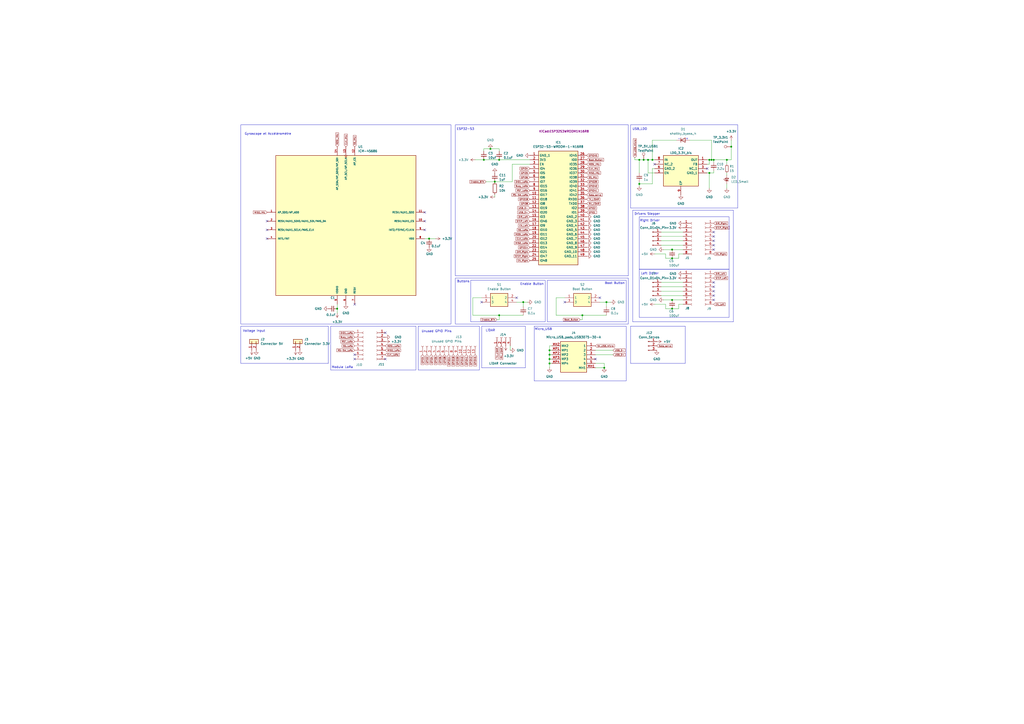
<source format=kicad_sch>
(kicad_sch (version 20250114) (generator "eeschema") (generator_version "9.0")
  (paper "A2")
  (rectangle (start 367.03 121.92) (end 425.45 186.69))
  (rectangle (start 279.4 189.23) (end 304.8 213.36))
  (rectangle (start 365.76 72.39) (end 427.99 120.65))
  (rectangle (start 273.05 162.56) (end 316.23 186.69))
  (rectangle (start 309.88 189.23) (end 363.22 220.98))
  (rectangle (start 139.7 72.39) (end 261.62 187.96))
  (rectangle (start 139.7 189.23) (end 190.5 210.82))
  (rectangle (start 370.84 125.73) (end 422.91 156.21))
  (rectangle (start 242.57 189.23) (end 278.13 214.63))
  (rectangle (start 370.84 156.21) (end 422.91 184.15))
  (rectangle (start 264.16 161.29) (end 364.49 187.96))
  (rectangle (start 264.16 72.39) (end 364.49 160.02))
  (rectangle (start 191.77 189.23) (end 241.3 214.63))
  (rectangle (start 317.5 162.56) (end 363.22 186.69))
  (rectangle (start 365.76 189.23) (end 397.51 210.82))
  (text "Voltage Input" (at 147.32 192.024 0) (effects (font (size 1.27 1.27))))
  (text "Right Driver" (at 376.936 128.016 0) (effects (font (size 1.27 1.27))))
  (text "ESP32-S3" (at 270.002 74.93 0) (effects (font (size 1.27 1.27))))
  (text "LiDAR" (at 284.48 191.77 0) (effects (font (size 1.27 1.27))))
  (text "Drivers Stepper" (at 375.412 124.206 0) (effects (font (size 1.27 1.27))))
  (text "Buttons" (at 268.732 163.322 0) (effects (font (size 1.27 1.27))))
  (text "USB_LDO" (at 371.094 74.93 0) (effects (font (size 1.27 1.27))))
  (text "Enable Button" (at 308.61 164.846 0) (effects (font (size 1.27 1.27))))
  (text "-" (at 393.954 80.518 0) (effects (font (size 1.27 1.27))))
  (text "Unused GPIO Pins" (at 253.238 192.278 0) (effects (font (size 1.27 1.27))))
  (text "Gyroscope et Accéléromètre" (at 155.448 77.724 0) (effects (font (size 1.27 1.27))))
  (text "Left Driver" (at 376.936 158.75 0) (effects (font (size 1.27 1.27))))
  (text "Boot Button" (at 356.616 164.338 0) (effects (font (size 1.27 1.27))))
  (text "Module LoRa" (at 198.628 213.106 0) (effects (font (size 1.27 1.27))))
  (text "+" (at 398.526 80.518 0) (effects (font (size 1.27 1.27))))
  (text "Micro_USB\n" (at 315.214 191.008 0) (effects (font (size 1.27 1.27))))
  (junction (at 318.77 208.28))
  (junction (at 351.79 175.26))
  (junction (at 350.52 213.36))
  (junction (at 370.84 106.68))
  (junction (at 289.56 92.71))
  (junction (at 195.58 179.07))
  (junction (at 303.53 175.26))
  (junction (at 373.38 92.71))
  (junction (at 318.77 203.2))
  (junction (at 287.02 105.41))
  (junction (at 389.89 149.86))
  (junction (at 280.67 92.71))
  (junction (at 284.48 86.36))
  (junction (at 389.89 179.07))
  (junction (at 424.18 85.09))
  (junction (at 337.82 182.88))
  (junction (at 421.64 92.71))
  (junction (at 289.56 182.88))
  (junction (at 389.89 173.99))
  (junction (at 389.89 144.78))
  (junction (at 375.92 92.71))
  (junction (at 378.46 92.71))
  (junction (at 412.75 92.71))
  (junction (at 318.77 210.82))
  (junction (at 411.48 92.71))
  (junction (at 248.92 138.43))
  (junction (at 370.84 92.71))
  (junction (at 318.77 205.74))
  (junction (at 414.02 92.71))
  (junction (at 411.48 100.33))
  (no_connect (at 154.94 128.27))
  (no_connect (at 246.38 123.19))
  (no_connect (at 414.02 166.37))
  (no_connect (at 414.02 173.99))
  (no_connect (at 410.21 97.79))
  (no_connect (at 414.02 142.24))
  (no_connect (at 327.66 175.26))
  (no_connect (at 246.38 128.27))
  (no_connect (at 345.44 208.28))
  (no_connect (at 414.02 134.62))
  (no_connect (at 414.02 171.45))
  (no_connect (at 279.4 175.26))
  (no_connect (at 223.52 208.28))
  (no_connect (at 205.74 208.28))
  (no_connect (at 223.52 193.04))
  (no_connect (at 414.02 144.78))
  (no_connect (at 414.02 163.83))
  (no_connect (at 414.02 168.91))
  (no_connect (at 205.74 205.74))
  (no_connect (at 414.02 139.7))
  (no_connect (at 379.73 95.25))
  (no_connect (at 414.02 137.16))
  (no_connect (at 299.72 172.72))
  (no_connect (at 205.74 176.53))
  (no_connect (at 154.94 133.35))
  (no_connect (at 347.98 172.72))
  (no_connect (at 154.94 138.43))
  (no_connect (at 246.38 133.35))
  (wire (pts (xy 383.54 134.62) (xy 396.24 134.62)))
  (wire (pts (xy 289.56 185.42) (xy 288.29 185.42)))
  (wire (pts (xy 246.38 138.43) (xy 248.92 138.43)))
  (wire (pts (xy 410.21 95.25) (xy 411.48 95.25)))
  (wire (pts (xy 412.75 92.71) (xy 414.02 92.71)))
  (wire (pts (xy 389.89 144.78) (xy 396.24 144.78)))
  (wire (pts (xy 400.05 81.28) (xy 412.75 81.28)))
  (wire (pts (xy 414.02 92.71) (xy 421.64 92.71)))
  (wire (pts (xy 383.54 137.16) (xy 396.24 137.16)))
  (wire (pts (xy 375.92 92.71) (xy 378.46 92.71)))
  (wire (pts (xy 274.32 182.88) (xy 274.32 172.72)))
  (wire (pts (xy 318.77 210.82) (xy 320.04 210.82)))
  (wire (pts (xy 421.64 92.71) (xy 424.18 92.71)))
  (wire (pts (xy 318.77 203.2) (xy 320.04 203.2)))
  (wire (pts (xy 383.54 166.37) (xy 396.24 166.37)))
  (wire (pts (xy 351.79 175.26) (xy 351.79 177.8)))
  (wire (pts (xy 370.84 92.71) (xy 370.84 100.33)))
  (wire (pts (xy 383.54 163.83) (xy 396.24 163.83)))
  (wire (pts (xy 393.7 176.53) (xy 393.7 179.07)))
  (wire (pts (xy 396.24 147.32) (xy 393.7 147.32)))
  (wire (pts (xy 297.18 105.41) (xy 297.18 95.25)))
  (wire (pts (xy 383.54 168.91) (xy 396.24 168.91)))
  (wire (pts (xy 368.3 92.71) (xy 368.3 91.44)))
  (wire (pts (xy 379.73 147.32) (xy 386.08 147.32)))
  (wire (pts (xy 287.02 105.41) (xy 297.18 105.41)))
  (wire (pts (xy 297.18 95.25) (xy 307.34 95.25)))
  (wire (pts (xy 384.81 173.99) (xy 389.89 173.99)))
  (wire (pts (xy 322.58 172.72) (xy 327.66 172.72)))
  (wire (pts (xy 345.44 210.82) (xy 350.52 210.82)))
  (wire (pts (xy 248.92 138.43) (xy 252.73 138.43)))
  (wire (pts (xy 389.89 173.99) (xy 396.24 173.99)))
  (wire (pts (xy 303.53 175.26) (xy 306.07 175.26)))
  (wire (pts (xy 383.54 139.7) (xy 396.24 139.7)))
  (wire (pts (xy 396.24 176.53) (xy 393.7 176.53)))
  (wire (pts (xy 337.82 185.42) (xy 336.55 185.42)))
  (wire (pts (xy 195.58 176.53) (xy 195.58 179.07)))
  (wire (pts (xy 355.6 205.74) (xy 345.44 205.74)))
  (wire (pts (xy 280.67 92.71) (xy 289.56 92.71)))
  (wire (pts (xy 411.48 100.33) (xy 411.48 109.22)))
  (wire (pts (xy 378.46 81.28) (xy 392.43 81.28)))
  (wire (pts (xy 280.67 86.36) (xy 280.67 87.63)))
  (wire (pts (xy 322.58 182.88) (xy 322.58 172.72)))
  (wire (pts (xy 410.21 92.71) (xy 411.48 92.71)))
  (wire (pts (xy 289.56 182.88) (xy 274.32 182.88)))
  (wire (pts (xy 318.77 208.28) (xy 320.04 208.28)))
  (wire (pts (xy 421.64 106.68) (xy 421.64 109.22)))
  (wire (pts (xy 345.44 213.36) (xy 350.52 213.36)))
  (wire (pts (xy 370.84 106.68) (xy 370.84 107.95)))
  (wire (pts (xy 370.84 106.68) (xy 378.46 106.68)))
  (wire (pts (xy 414.02 99.06) (xy 414.02 100.33)))
  (wire (pts (xy 289.56 86.36) (xy 289.56 87.63)))
  (wire (pts (xy 370.84 105.41) (xy 370.84 106.68)))
  (wire (pts (xy 281.94 105.41) (xy 287.02 105.41)))
  (wire (pts (xy 411.48 95.25) (xy 411.48 92.71)))
  (wire (pts (xy 355.6 203.2) (xy 345.44 203.2)))
  (wire (pts (xy 289.56 182.88) (xy 289.56 185.42)))
  (wire (pts (xy 195.58 179.07) (xy 195.58 181.61)))
  (wire (pts (xy 318.77 200.66) (xy 318.77 203.2)))
  (wire (pts (xy 378.46 81.28) (xy 378.46 92.71)))
  (wire (pts (xy 318.77 205.74) (xy 318.77 208.28)))
  (wire (pts (xy 337.82 182.88) (xy 337.82 185.42)))
  (wire (pts (xy 299.72 175.26) (xy 303.53 175.26)))
  (wire (pts (xy 386.08 176.53) (xy 386.08 179.07)))
  (wire (pts (xy 351.79 175.26) (xy 354.33 175.26)))
  (wire (pts (xy 393.7 149.86) (xy 389.89 149.86)))
  (wire (pts (xy 393.7 179.07) (xy 389.89 179.07)))
  (wire (pts (xy 350.52 210.82) (xy 350.52 213.36)))
  (wire (pts (xy 375.92 100.33) (xy 375.92 92.71)))
  (wire (pts (xy 411.48 92.71) (xy 412.75 92.71)))
  (wire (pts (xy 384.81 144.78) (xy 389.89 144.78)))
  (wire (pts (xy 393.7 147.32) (xy 393.7 149.86)))
  (wire (pts (xy 378.46 97.79) (xy 379.73 97.79)))
  (wire (pts (xy 320.04 200.66) (xy 318.77 200.66)))
  (wire (pts (xy 347.98 175.26) (xy 351.79 175.26)))
  (wire (pts (xy 337.82 182.88) (xy 322.58 182.88)))
  (wire (pts (xy 373.38 92.71) (xy 375.92 92.71)))
  (wire (pts (xy 370.84 92.71) (xy 373.38 92.71)))
  (wire (pts (xy 421.64 92.71) (xy 421.64 95.25)))
  (wire (pts (xy 275.59 92.71) (xy 280.67 92.71)))
  (wire (pts (xy 368.3 92.71) (xy 370.84 92.71)))
  (wire (pts (xy 303.53 182.88) (xy 289.56 182.88)))
  (wire (pts (xy 295.91 203.2) (xy 295.91 200.66)))
  (wire (pts (xy 351.79 182.88) (xy 337.82 182.88)))
  (wire (pts (xy 383.54 142.24) (xy 396.24 142.24)))
  (wire (pts (xy 289.56 92.71) (xy 307.34 92.71)))
  (wire (pts (xy 318.77 203.2) (xy 318.77 205.74)))
  (wire (pts (xy 383.54 171.45) (xy 396.24 171.45)))
  (wire (pts (xy 284.48 86.36) (xy 289.56 86.36)))
  (wire (pts (xy 287.02 114.3) (xy 287.02 113.03)))
  (wire (pts (xy 284.48 86.36) (xy 280.67 86.36)))
  (wire (pts (xy 386.08 149.86) (xy 389.89 149.86)))
  (wire (pts (xy 318.77 208.28) (xy 318.77 210.82)))
  (wire (pts (xy 421.64 100.33) (xy 421.64 101.6)))
  (wire (pts (xy 424.18 85.09) (xy 424.18 92.71)))
  (wire (pts (xy 379.73 100.33) (xy 375.92 100.33)))
  (wire (pts (xy 386.08 147.32) (xy 386.08 149.86)))
  (wire (pts (xy 303.53 175.26) (xy 303.53 177.8)))
  (wire (pts (xy 411.48 100.33) (xy 410.21 100.33)))
  (wire (pts (xy 412.75 92.71) (xy 412.75 81.28)))
  (wire (pts (xy 318.77 205.74) (xy 320.04 205.74)))
  (wire (pts (xy 378.46 92.71) (xy 379.73 92.71)))
  (wire (pts (xy 414.02 92.71) (xy 414.02 93.98)))
  (wire (pts (xy 274.32 172.72) (xy 279.4 172.72)))
  (wire (pts (xy 424.18 81.28) (xy 424.18 85.09)))
  (wire (pts (xy 411.48 100.33) (xy 414.02 100.33)))
  (wire (pts (xy 379.73 176.53) (xy 386.08 176.53)))
  (wire (pts (xy 386.08 179.07) (xy 389.89 179.07)))
  (wire (pts (xy 318.77 210.82) (xy 318.77 213.36)))
  (wire (pts (xy 378.46 106.68) (xy 378.46 97.79)))
  (global_label "Data_servo" (shape input) (at 340.36 113.03 0) (effects (font (size 0.9 0.9))) (property "Intersheetrefs" "${INTERSHEET_REFS}" (effects (hide yes))))
  (global_label "MISO_LoRa" (shape input) (at 223.52 203.2 0) (effects (font (size 0.9 0.9))) (property "Intersheetrefs" "${INTERSHEET_REFS}" (effects (hide yes))))
  (global_label "GPIO14" (shape input) (at 307.34 143.51 180) (effects (font (size 0.9 0.9))) (property "Intersheetrefs" "${INTERSHEET_REFS}" (effects (hide yes))))
  (global_label "SS_LoRa" (shape input) (at 307.34 133.35 180) (effects (font (size 0.9 0.9))) (property "Intersheetrefs" "${INTERSHEET_REFS}" (effects (hide yes))))
  (global_label "GPIO5" (shape input) (at 252.73 205.74 270) (effects (font (size 0.9 0.9))) (property "Intersheetrefs" "${INTERSHEET_REFS}" (effects (hide yes))))
  (global_label "RST_LoRa" (shape input) (at 307.34 110.49 180) (effects (font (size 0.9 0.9))) (property "Intersheetrefs" "${INTERSHEET_REFS}" (effects (hide yes))))
  (global_label "GPIO41" (shape input) (at 270.51 205.74 270) (effects (font (size 0.9 0.9))) (property "Intersheetrefs" "${INTERSHEET_REFS}" (effects (hide yes))))
  (global_label "GPIO1" (shape input) (at 340.36 123.19 0) (effects (font (size 0.9 0.9))) (property "Intersheetrefs" "${INTERSHEET_REFS}" (effects (hide yes))))
  (global_label "GPIO14" (shape input) (at 260.35 205.74 270) (effects (font (size 0.9 0.9))) (property "Intersheetrefs" "${INTERSHEET_REFS}" (effects (hide yes))))
  (global_label "STEP_Left" (shape input) (at 307.34 128.27 180) (effects (font (size 0.9 0.9))) (property "Intersheetrefs" "${INTERSHEET_REFS}" (effects (hide yes))))
  (global_label "DIR_Right" (shape input) (at 414.02 129.54 0) (effects (font (size 0.9 0.9))) (property "Intersheetrefs" "${INTERSHEET_REFS}" (effects (hide yes))))
  (global_label "GPIO39" (shape input) (at 265.43 205.74 270) (effects (font (size 0.9 0.9))) (property "Intersheetrefs" "${INTERSHEET_REFS}" (effects (hide yes))))
  (global_label "SS_IMU" (shape input) (at 205.74 85.09 90) (effects (font (size 0.9 0.9))) (property "Intersheetrefs" "${INTERSHEET_REFS}" (effects (hide yes))))
  (global_label "GPIO6" (shape input) (at 307.34 102.87 180) (effects (font (size 0.9 0.9))) (property "Intersheetrefs" "${INTERSHEET_REFS}" (effects (hide yes))))
  (global_label "GPIO6" (shape input) (at 255.27 205.74 270) (effects (font (size 0.9 0.9))) (property "Intersheetrefs" "${INTERSHEET_REFS}" (effects (hide yes))))
  (global_label "GPIO4" (shape input) (at 307.34 97.79 180) (effects (font (size 0.9 0.9))) (property "Intersheetrefs" "${INTERSHEET_REFS}" (effects (hide yes))))
  (global_label "EN_Right" (shape input) (at 307.34 151.13 180) (effects (font (size 0.9 0.9))) (property "Intersheetrefs" "${INTERSHEET_REFS}" (effects (hide yes))))
  (global_label "TX_LiDAR" (shape input) (at 288.29 200.66 270) (effects (font (size 0.9 0.9))) (property "Intersheetrefs" "${INTERSHEET_REFS}" (effects (hide yes))))
  (global_label "DIO1_LoRa" (shape input) (at 205.74 193.04 180) (effects (font (size 0.9 0.9))) (property "Intersheetrefs" "${INTERSHEET_REFS}" (effects (hide yes))))
  (global_label "MOSI_LoRa" (shape input) (at 307.34 135.89 180) (effects (font (size 0.9 0.9))) (property "Intersheetrefs" "${INTERSHEET_REFS}" (effects (hide yes))))
  (global_label "DIR_Left" (shape input) (at 414.02 158.75 0) (effects (font (size 0.9 0.9))) (property "Intersheetrefs" "${INTERSHEET_REFS}" (effects (hide yes))))
  (global_label "GPIO2" (shape input) (at 247.65 205.74 270) (effects (font (size 0.9 0.9))) (property "Intersheetrefs" "${INTERSHEET_REFS}" (effects (hide yes))))
  (global_label "MOSI_LoRa" (shape input) (at 223.52 200.66 0) (effects (font (size 0.9 0.9))) (property "Intersheetrefs" "${INTERSHEET_REFS}" (effects (hide yes))))
  (global_label "USB_D+" (shape input) (at 355.6 205.74 0) (effects (font (size 0.9 0.9))) (property "Intersheetrefs" "${INTERSHEET_REFS}" (effects (hide yes))))
  (global_label "EN_Left" (shape input) (at 414.02 176.53 0) (effects (font (size 0.9 0.9))) (property "Intersheetrefs" "${INTERSHEET_REFS}" (effects (hide yes))))
  (global_label "5V_USB_micro" (shape input) (at 345.44 200.66 0) (effects (font (size 0.889 0.889))) (property "Intersheetrefs" "${INTERSHEET_REFS}" (effects (hide yes))))
  (global_label "EN_Right" (shape input) (at 414.02 147.32 0) (effects (font (size 0.9 0.9))) (property "Intersheetrefs" "${INTERSHEET_REFS}" (effects (hide yes))))
  (global_label "GPIO8" (shape input) (at 257.81 205.74 270) (effects (font (size 0.9 0.9))) (property "Intersheetrefs" "${INTERSHEET_REFS}" (effects (hide yes))))
  (global_label "TX_LiDAR" (shape input) (at 340.36 115.57 0) (effects (font (size 0.9 0.9))) (property "Intersheetrefs" "${INTERSHEET_REFS}" (effects (hide yes))))
  (global_label "GPIO8" (shape input) (at 307.34 118.11 180) (effects (font (size 0.9 0.9))) (property "Intersheetrefs" "${INTERSHEET_REFS}" (effects (hide yes))))
  (global_label "Boot_Button" (shape input) (at 340.36 92.71 0) (effects (font (size 0.9 0.9))) (property "Intersheetrefs" "${INTERSHEET_REFS}" (effects (hide yes))))
  (global_label "Busy_LoRa" (shape input) (at 307.34 107.95 180) (effects (font (size 0.9 0.9))) (property "Intersheetrefs" "${INTERSHEET_REFS}" (effects (hide yes))))
  (global_label "GPIO45" (shape input) (at 275.59 205.74 270) (effects (font (size 0.9 0.9))) (property "Intersheetrefs" "${INTERSHEET_REFS}" (effects (hide yes))))
  (global_label "MOSI_IMU" (shape input) (at 340.36 95.25 0) (effects (font (size 0.9 0.9))) (property "Intersheetrefs" "${INTERSHEET_REFS}" (effects (hide yes))))
  (global_label "RST_LoRa" (shape input) (at 205.74 198.12 180) (effects (font (size 0.9 0.9))) (property "Intersheetrefs" "${INTERSHEET_REFS}" (effects (hide yes))))
  (global_label "DIR_Right" (shape input) (at 307.34 146.05 180) (effects (font (size 0.9 0.9))) (property "Intersheetrefs" "${INTERSHEET_REFS}" (effects (hide yes))))
  (global_label "GPIO5" (shape input) (at 307.34 100.33 180) (effects (font (size 0.9 0.9))) (property "Intersheetrefs" "${INTERSHEET_REFS}" (effects (hide yes))))
  (global_label "EN_Left" (shape input) (at 307.34 130.81 180) (effects (font (size 0.9 0.9))) (property "Intersheetrefs" "${INTERSHEET_REFS}" (effects (hide yes))))
  (global_label "USB_D+" (shape input) (at 307.34 123.19 180) (effects (font (size 0.9 0.9))) (property "Intersheetrefs" "${INTERSHEET_REFS}" (effects (hide yes))))
  (global_label "STEP_Left" (shape input) (at 414.02 161.29 0) (effects (font (size 0.9 0.9))) (property "Intersheetrefs" "${INTERSHEET_REFS}" (effects (hide yes))))
  (global_label "GPIO1" (shape input) (at 245.11 205.74 270) (effects (font (size 0.9 0.9))) (property "Intersheetrefs" "${INTERSHEET_REFS}" (effects (hide yes))))
  (global_label "GPIO45" (shape input) (at 340.36 90.17 0) (effects (font (size 0.9 0.9))) (property "Intersheetrefs" "${INTERSHEET_REFS}" (effects (hide yes))))
  (global_label "MOSI_IMU" (shape input) (at 195.58 85.09 90) (effects (font (size 0.9 0.9))) (property "Intersheetrefs" "${INTERSHEET_REFS}" (effects (hide yes))))
  (global_label "GPIO40" (shape input) (at 340.36 107.95 0) (effects (font (size 0.9 0.9))) (property "Intersheetrefs" "${INTERSHEET_REFS}" (effects (hide yes))))
  (global_label "Busy_LoRa" (shape input) (at 205.74 195.58 180) (effects (font (size 0.9 0.9))) (property "Intersheetrefs" "${INTERSHEET_REFS}" (effects (hide yes))))
  (global_label "SS_LoRa" (shape input) (at 205.74 200.66 180) (effects (font (size 0.9 0.9))) (property "Intersheetrefs" "${INTERSHEET_REFS}" (effects (hide yes))))
  (global_label "MISO_IMU" (shape input) (at 340.36 100.33 0) (effects (font (size 0.9 0.9))) (property "Intersheetrefs" "${INTERSHEET_REFS}" (effects (hide yes))))
  (global_label "Enable_BTN" (shape input) (at 281.94 105.41 180) (effects (font (size 0.9 0.9))) (property "Intersheetrefs" "${INTERSHEET_REFS}" (effects (hide yes))))
  (global_label "MISO_IMU" (shape input) (at 154.94 123.19 180) (effects (font (size 0.9 0.9))) (property "Intersheetrefs" "${INTERSHEET_REFS}" (effects (hide yes))))
  (global_label "SS_IMU" (shape input) (at 340.36 102.87 0) (effects (font (size 0.9 0.9))) (property "Intersheetrefs" "${INTERSHEET_REFS}" (effects (hide yes))))
  (global_label "USB_D-" (shape input) (at 355.6 203.2 0) (effects (font (size 0.9 0.9))) (property "Intersheetrefs" "${INTERSHEET_REFS}" (effects (hide yes))))
  (global_label "STEP_Right" (shape input) (at 414.02 132.08 0) (effects (font (size 0.9 0.9))) (property "Intersheetrefs" "${INTERSHEET_REFS}" (effects (hide yes))))
  (global_label "MISO_LoRa" (shape input) (at 307.34 140.97 180) (effects (font (size 0.9 0.9))) (property "Intersheetrefs" "${INTERSHEET_REFS}" (effects (hide yes))))
  (global_label "RS-SW_LoRa" (shape input) (at 307.34 113.03 180) (effects (font (size 0.9 0.9))) (property "Intersheetrefs" "${INTERSHEET_REFS}" (effects (hide yes))))
  (global_label "USB_D-" (shape input) (at 307.34 120.65 180) (effects (font (size 0.9 0.9))) (property "Intersheetrefs" "${INTERSHEET_REFS}" (effects (hide yes))))
  (global_label "CLK_LoRa" (shape input) (at 307.34 138.43 180) (effects (font (size 0.9 0.9))) (property "Intersheetrefs" "${INTERSHEET_REFS}" (effects (hide yes))))
  (global_label "GPIO18" (shape input) (at 307.34 115.57 180) (effects (font (size 0.9 0.9))) (property "Intersheetrefs" "${INTERSHEET_REFS}" (effects (hide yes))))
  (global_label "CLK_LoRa" (shape input) (at 223.52 205.74 0) (effects (font (size 0.9 0.9))) (property "Intersheetrefs" "${INTERSHEET_REFS}" (effects (hide yes))))
  (global_label "RS-SW_LoRa" (shape input) (at 205.74 203.2 180) (effects (font (size 0.9 0.9))) (property "Intersheetrefs" "${INTERSHEET_REFS}" (effects (hide yes))))
  (global_label "DIR_Left" (shape input) (at 307.34 125.73 180) (effects (font (size 0.9 0.9))) (property "Intersheetrefs" "${INTERSHEET_REFS}" (effects (hide yes))))
  (global_label "GPIO39" (shape input) (at 340.36 105.41 0) (effects (font (size 0.9 0.9))) (property "Intersheetrefs" "${INTERSHEET_REFS}" (effects (hide yes))))
  (global_label "GPIO2" (shape input) (at 340.36 120.65 0) (effects (font (size 0.9 0.9))) (property "Intersheetrefs" "${INTERSHEET_REFS}" (effects (hide yes))))
  (global_label "5V_USB_micro" (shape input) (at 368.3 91.44 90) (effects (font (size 0.889 0.889))) (property "Intersheetrefs" "${INTERSHEET_REFS}" (effects (hide yes))))
  (global_label "GPIO4" (shape input) (at 250.19 205.74 270) (effects (font (size 0.9 0.9))) (property "Intersheetrefs" "${INTERSHEET_REFS}" (effects (hide yes))))
  (global_label "GPIO41" (shape input) (at 340.36 110.49 0) (effects (font (size 0.9 0.9))) (property "Intersheetrefs" "${INTERSHEET_REFS}" (effects (hide yes))))
  (global_label "GPIO42" (shape input) (at 273.05 205.74 270) (effects (font (size 0.9 0.9))) (property "Intersheetrefs" "${INTERSHEET_REFS}" (effects (hide yes))))
  (global_label "GPIO18" (shape input) (at 262.89 205.74 270) (effects (font (size 0.9 0.9))) (property "Intersheetrefs" "${INTERSHEET_REFS}" (effects (hide yes))))
  (global_label "Data_servo" (shape input) (at 381 200.66 0) (effects (font (size 0.9 0.9))) (property "Intersheetrefs" "${INTERSHEET_REFS}" (effects (hide yes))))
  (global_label "RX_LiDAR" (shape input) (at 290.83 200.66 270) (effects (font (size 0.9 0.9))) (property "Intersheetrefs" "${INTERSHEET_REFS}" (effects (hide yes))))
  (global_label "STEP_Right" (shape input) (at 307.34 148.59 180) (effects (font (size 0.9 0.9))) (property "Intersheetrefs" "${INTERSHEET_REFS}" (effects (hide yes))))
  (global_label "CLK_IMU" (shape input) (at 200.66 85.09 90) (effects (font (size 0.9 0.9))) (property "Intersheetrefs" "${INTERSHEET_REFS}" (effects (hide yes))))
  (global_label "GPIO40" (shape input) (at 267.97 205.74 270) (effects (font (size 0.9 0.9))) (property "Intersheetrefs" "${INTERSHEET_REFS}" (effects (hide yes))))
  (global_label "CLK_IMU" (shape input) (at 340.36 97.79 0) (effects (font (size 0.9 0.9))) (property "Intersheetrefs" "${INTERSHEET_REFS}" (effects (hide yes))))
  (global_label "RX_LiDAR" (shape input) (at 340.36 118.11 0) (effects (font (size 0.9 0.9))) (property "Intersheetrefs" "${INTERSHEET_REFS}" (effects (hide yes))))
  (global_label "DIO1_LoRa" (shape input) (at 307.34 105.41 180) (effects (font (size 0.9 0.9))) (property "Intersheetrefs" "${INTERSHEET_REFS}" (effects (hide yes))))
  (global_label "Boot_Button" (shape input) (at 336.55 185.42 180) (effects (font (size 0.9 0.9))) (property "Intersheetrefs" "${INTERSHEET_REFS}" (effects (hide yes))))
  (global_label "Enable_BTN" (shape input) (at 288.29 185.42 180) (effects (font (size 0.9 0.9))) (property "Intersheetrefs" "${INTERSHEET_REFS}" (effects (hide yes))))
  (symbol (lib_id "power:GND") (at 340.36 128.27 90) (unit 1)
    (property "Reference" "#PWR02" (effects (hide yes)))
    (property "Value" "GND" (at 344.17 128.2699 90) (effects (justify right)))
    (property "Description" "Power symbol creates a global label with name \"GND\" , ground" (effects (hide yes)))
  )
  (symbol (lib_id "power:+6V") (at 379.73 147.32 90) (unit 1)
    (property "Reference" "#PWR019" (effects (hide yes)))
    (property "Value" "+5V" (at 375.92 147.3199 90) (effects (justify left)))
    (property "Description" "Power symbol creates a global label with name \"+6V\"" (effects (hide yes)))
  )
  (symbol (lib_id "power:GND") (at 340.36 133.35 90) (unit 1)
    (property "Reference" "#PWR04" (effects (hide yes)))
    (property "Value" "GND" (at 344.17 133.3499 90) (effects (justify right)))
    (property "Description" "Power symbol creates a global label with name \"GND\" , ground" (effects (hide yes)))
  )
  (symbol (lib_id "Device:D") (at 396.24 81.28 0) (unit 1)
    (property "Reference" "D1" (at 396.24 74.93 0))
    (property "Value" "shottky_byass_4" (at 396.24 77.47 0))
    (property "Footprint" "BAT20JFILM:SOD2512X113N" (effects (hide yes)))
    (property "Description" "Diode" (effects (hide yes)))
    (property "Sim.Device" "D" (effects (hide yes)))
    (property "Sim.Pins" "1=K 2=A" (effects (hide yes)))
  )
  (symbol (lib_id "Connector:Conn_01x07_Socket") (at 218.44 200.66 0) (mirror y) (unit 1)
    (property "Reference" "J11" (at 223.012 211.328 0) (effects (justify left)))
    (property "Value" "Conn_01x07_Socket" (effects (hide yes)))
    (property "Footprint" "Connector_PinHeader_2.54mm:PinHeader_1x07_P2.54mm_Vertical" (effects (hide yes)))
    (property "Description" "Generic connector, single row, 01x07, script generated" (effects (hide yes)))
  )
  (symbol (lib_id "Connector:Conn_01x13_Socket") (at 260.35 200.66 90) (unit 1) (in_bom no) (on_board no)
    (property "Reference" "J13" (at 267.843 195.453 90) (effects (justify left)))
    (property "Value" "Unused GPIO Pins" (at 267.843 197.993 90) (effects (justify left)))
    (property "Footprint" "Connector_PinSocket_2.54mm:PinSocket_1x13_P2.54mm_Vertical" (effects (hide yes)))
    (property "Description" "Generic connector, single row, 01x13, script generated" (effects (hide yes)))
  )
  (symbol (lib_id "Connector:Conn_01x08_Socket") (at 401.32 166.37 0) (unit 1)
    (property "Reference" "J8" (at 397.51 178.816 0) (effects (justify left)))
    (property "Value" "Conn_01x08_Socket" (effects (hide yes)))
    (property "Footprint" "Connector_PinSocket_2.54mm:PinSocket_1x08_P2.54mm_Vertical" (effects (hide yes)))
    (property "Description" "Generic connector, single row, 01x08, script generated" (effects (hide yes)))
  )
  (symbol (lib_id "power:GND") (at 384.81 173.99 270) (unit 1)
    (property "Reference" "#PWR017" (effects (hide yes)))
    (property "Value" "GND" (at 381 173.9899 90) (effects (justify right)))
    (property "Description" "Power symbol creates a global label with name \"GND\" , ground" (effects (hide yes)))
  )
  (symbol (lib_id "power:GND") (at 396.24 158.75 270) (unit 1)
    (property "Reference" "#PWR018" (effects (hide yes)))
    (property "Value" "GND" (at 392.43 158.7499 90) (effects (justify right)))
    (property "Description" "Power symbol creates a global label with name \"GND\" , ground" (effects (hide yes)))
  )
  (symbol (lib_id "Device:LED_Small") (at 421.64 104.14 90) (unit 1)
    (property "Reference" "D2" (at 424.18 102.8064 90) (effects (justify right)))
    (property "Value" "LED_Small" (at 424.18 105.3464 90) (effects (justify right)))
    (property "Footprint" "LED_SMD:LED_0603_1608Metric_Pad1.05x0.95mm_HandSolder" (effects (hide yes)))
    (property "Description" "Light emitting diode, small symbol" (effects (hide yes)))
  )
  (symbol (lib_id "power:GND") (at 340.36 143.51 90) (unit 1)
    (property "Reference" "#PWR08" (effects (hide yes)))
    (property "Value" "GND" (at 344.17 143.5099 90) (effects (justify right)))
    (property "Description" "Power symbol creates a global label with name \"GND\" , ground" (effects (hide yes)))
  )
  (symbol (lib_id "Device:C_Small") (at 303.53 180.34 0) (unit 1)
    (property "Reference" "C7" (at 306.07 179.0762 0) (effects (justify left)))
    (property "Value" "0.1u" (at 306.07 181.6162 0) (effects (justify left)))
    (property "Footprint" "Capacitor_SMD:C_0805_2012Metric_Pad1.18x1.45mm_HandSolder" (effects (hide yes)))
    (property "Description" "Unpolarized capacitor, small symbol" (effects (hide yes)))
  )
  (symbol (lib_id "Connector_Generic:Conn_01x02") (at 171.45 198.12 90) (unit 1)
    (property "Reference" "J3" (at 176.53 196.8499 90) (effects (justify right)))
    (property "Value" "Connector 3.3V" (at 176.53 199.3899 90) (effects (justify right)))
    (property "Footprint" "Connector_JST:JST_XH_B2B-XH-A_1x02_P2.50mm_Vertical" (effects (hide yes)))
    (property "Description" "Generic connector, single row, 01x02, script generated (kicad-library-utils/schlib/autogen/connector/)" (effects (hide yes)))
  )
  (symbol (lib_id "power:GND") (at 394.97 113.03 0) (unit 1)
    (property "Reference" "#PWR036" (effects (hide yes)))
    (property "Value" "GND" (at 394.97 118.11 0))
    (property "Description" "Power symbol creates a global label with name \"GND\" , ground" (effects (hide yes)))
  )
  (symbol (lib_id "power:+3.3V") (at 171.45 203.2 180) (unit 1)
    (property "Reference" "#PWR024" (effects (hide yes)))
    (property "Value" "+3.3V" (at 168.91 208.026 0))
    (property "Description" "Power symbol creates a global label with name \"+3.3V\"" (effects (hide yes)))
  )
  (symbol (lib_id "power:+3.3V") (at 275.59 92.71 90) (unit 1)
    (property "Reference" "#PWR011" (effects (hide yes)))
    (property "Value" "+3.3V" (at 271.78 92.7099 90) (effects (justify left)))
    (property "Description" "Power symbol creates a global label with name \"+3.3V\"" (effects (hide yes)))
  )
  (symbol (lib_id "power:GND") (at 340.36 140.97 90) (unit 1)
    (property "Reference" "#PWR07" (effects (hide yes)))
    (property "Value" "GND" (at 344.17 140.9699 90) (effects (justify right)))
    (property "Description" "Power symbol creates a global label with name \"GND\" , ground" (effects (hide yes)))
  )
  (symbol (lib_id "power:GND") (at 340.36 146.05 90) (unit 1)
    (property "Reference" "#PWR09" (effects (hide yes)))
    (property "Value" "GND" (at 344.17 146.0499 90) (effects (justify right)))
    (property "Description" "Power symbol creates a global label with name \"GND\" , ground" (effects (hide yes)))
  )
  (symbol (lib_id "power:+3.3V") (at 195.58 181.61 180) (unit 1)
    (property "Reference" "#PWR028" (effects (hide yes)))
    (property "Value" "+3.3V" (at 195.58 186.69 0))
    (property "Description" "Power symbol creates a global label with name \"+3.3V\"" (effects (hide yes)))
  )
  (symbol (lib_id "power:GND") (at 396.24 129.54 270) (unit 1)
    (property "Reference" "#PWR014" (effects (hide yes)))
    (property "Value" "GND" (at 392.43 129.5399 90) (effects (justify right)))
    (property "Description" "Power symbol creates a global label with name \"GND\" , ground" (effects (hide yes)))
  )
  (symbol (lib_id "power:+3.3V") (at 252.73 138.43 270) (unit 1)
    (property "Reference" "#PWR031" (effects (hide yes)))
    (property "Value" "+3.3V" (at 259.334 138.43 90))
    (property "Description" "Power symbol creates a global label with name \"+3.3V\"" (effects (hide yes)))
  )
  (symbol (lib_id "power:+3.3V") (at 287.02 114.3 90) (unit 1)
    (property "Reference" "#PWR046" (effects (hide yes)))
    (property "Value" "+3.3V" (at 283.21 114.2999 90) (effects (justify left)))
    (property "Description" "Power symbol creates a global label with name \"+3.3V\"" (effects (hide yes)))
  )
  (symbol (lib_id "power:+6V") (at 146.05 203.2 180) (unit 1)
    (property "Reference" "#PWR025" (effects (hide yes)))
    (property "Value" "+5V" (at 144.272 207.772 0))
    (property "Description" "Power symbol creates a global label with name \"+6V\"" (effects (hide yes)))
  )
  (symbol (lib_id "Device:C_Small") (at 414.02 96.52 0) (unit 1)
    (property "Reference" "C10" (at 415.798 95.25 0) (effects (justify left)))
    (property "Value" "2.2u" (at 415.798 97.79 0) (effects (justify left)))
    (property "Footprint" "Capacitor_SMD:C_0805_2012Metric_Pad1.18x1.45mm_HandSolder" (effects (hide yes)))
    (property "Description" "Unpolarized capacitor, small symbol" (effects (hide yes)))
  )
  (symbol (lib_id "power:GND") (at 148.59 203.2 0) (unit 1)
    (property "Reference" "#PWR023" (effects (hide yes)))
    (property "Value" "GND" (at 149.098 207.772 0))
    (property "Description" "Power symbol creates a global label with name \"GND\" , ground" (effects (hide yes)))
  )
  (symbol (lib_id "power:+3.3V") (at 396.24 132.08 90) (unit 1)
    (property "Reference" "#PWR013" (effects (hide yes)))
    (property "Value" "+3.3V" (at 392.43 132.0799 90) (effects (justify left)))
    (property "Description" "Power symbol creates a global label with name \"+3.3V\"" (effects (hide yes)))
  )
  (symbol (lib_id "Connector:Conn_01x04_Pin") (at 378.46 166.37 0) (unit 1)
    (property "Reference" "J7" (at 379.095 158.75 0))
    (property "Value" "Conn_01x04_Pin" (at 379.095 161.29 0))
    (property "Footprint" "Connector_JST:JST_XH_B4B-XH-A_1x04_P2.50mm_Vertical" (effects (hide yes)))
    (property "Description" "Generic connector, single row, 01x04, script generated" (effects (hide yes)))
  )
  (symbol (lib_id "power:GND") (at 350.52 213.36 0) (unit 1)
    (property "Reference" "#PWR043" (effects (hide yes)))
    (property "Value" "GND" (at 350.52 218.44 0))
    (property "Description" "Power symbol creates a global label with name \"GND\" , ground" (effects (hide yes)))
  )
  (symbol (lib_id "power:GND") (at 223.52 195.58 90) (unit 1)
    (property "Reference" "#PWR034" (effects (hide yes)))
    (property "Value" "GND" (at 230.886 195.58 90))
    (property "Description" "Power symbol creates a global label with name \"GND\" , ground" (effects (hide yes)))
  )
  (symbol (lib_id "Connector:Conn_01x08_Socket") (at 401.32 137.16 0) (unit 1)
    (property "Reference" "J1" (at 397.51 149.606 0) (effects (justify left)))
    (property "Value" "Conn_01x08_Socket" (effects (hide yes)))
    (property "Footprint" "Connector_PinSocket_2.54mm:PinSocket_1x08_P2.54mm_Vertical" (effects (hide yes)))
    (property "Description" "Generic connector, single row, 01x08, script generated" (effects (hide yes)))
  )
  (symbol (lib_id "power:GND") (at 340.36 138.43 90) (unit 1)
    (property "Reference" "#PWR06" (effects (hide yes)))
    (property "Value" "GND" (at 344.17 138.4299 90) (effects (justify right)))
    (property "Description" "Power symbol creates a global label with name \"GND\" , ground" (effects (hide yes)))
  )
  (symbol (lib_id "Connector:Conn_01x07_Socket") (at 210.82 200.66 0) (unit 1)
    (property "Reference" "J10" (at 206.502 211.582 0) (effects (justify left)))
    (property "Value" "Conn_01x07_Socket" (effects (hide yes)))
    (property "Footprint" "Connector_PinHeader_2.54mm:PinHeader_1x07_P2.54mm_Vertical" (effects (hide yes)))
    (property "Description" "Generic connector, single row, 01x07, script generated" (effects (hide yes)))
  )
  (symbol (lib_id "PAMI-TLV76701DGNR_LDO:TLV76701DGNR") (at 410.21 92.71 0) (mirror y) (unit 1)
    (property "Reference" "IC2" (at 394.97 86.106 0))
    (property "Value" "LDO_3.3V_bis" (at 394.97 88.646 0))
    (property "Footprint" "TLV76701DGNR:SOP65P490X110-9N" (effects (hide yes)))
    (property "Datasheet" "https://www.ti.com/lit/ds/symlink/tlv767.pdf?ts=1634721803014&ref_url=https%253A%252F%252Fwww.ti.com%252Fproduct%252FTLV767" (effects (hide yes)))
    (property "Description" "Linear Voltage Regulators Adjustable- and fixed-output, 1-A, 16-V, positive-voltage low-dropout (LDO) linear regulator 8-HVSSOP -40 to 125" (effects (hide yes)))
    (property "Height" "1.1" (effects (hide yes)))
    (property "Manufacturer_Name" "Texas Instruments" (effects (hide yes)))
    (property "Manufacturer_Part_Number" "TLV76701DGNR" (effects (hide yes)))
    (property "Mouser Part Number" "595-TLV76701DGNR" (effects (hide yes)))
    (property "Mouser Price/Stock" "https://www.mouser.co.uk/ProductDetail/Texas-Instruments/TLV76701DGNR?qs=QNEnbhJQKvYlzprjZl22mQ%3D%3D" (effects (hide yes)))
    (property "Arrow Part Number" "TLV76701DGNR" (effects (hide yes)))
    (property "Arrow Price/Stock" "https://www.arrow.com/en/products/tlv76701dgnr/texas-instruments?region=nac" (effects (hide yes)))
  )
  (symbol (lib_id "PTS810SJM250SMTRLFS:PTS810SJM250SMTRLFS") (at 327.66 172.72 0) (unit 1)
    (property "Reference" "S2" (at 337.82 165.1 0))
    (property "Value" "Boot Button" (at 337.82 167.64 0))
    (property "Footprint" "Push_Button:PTS810SJG250SMTRLFS" (effects (hide yes)))
    (property "Datasheet" "https://www.ckswitches.com/media/1476/pts810.pdf" (effects (hide yes)))
    (property "Description" "PTS810SJM250SMTRLFS (Tactile Switches)" (effects (hide yes)))
    (property "Manufacturer_Name" "C & K COMPONENTS" (effects (hide yes)))
    (property "Manufacturer_Part_Number" "PTS810SJM250SMTRLFS" (effects (hide yes)))
    (property "Mouser Part Number" "611-PTS810SJM250SMTR" (effects (hide yes)))
    (property "Mouser Price/Stock" "https://www.mouser.co.uk/ProductDetail/CK/PTS810SJM250SMTRLFS?qs=UxeAxwACbqnyNdXLIf%2FqnQ%3D%3D" (effects (hide yes)))
  )
  (symbol (lib_id "power:+3.3V") (at 223.52 198.12 270) (unit 1)
    (property "Reference" "#PWR033" (effects (hide yes)))
    (property "Value" "+3.3V" (at 229.87 198.12 90))
    (property "Description" "Power symbol creates a global label with name \"+3.3V\"" (effects (hide yes)))
  )
  (symbol (lib_id "power:GND") (at 381 203.2 0) (unit 1)
    (property "Reference" "#PWR045" (effects (hide yes)))
    (property "Value" "GND" (at 381 208.28 0))
    (property "Description" "Power symbol creates a global label with name \"GND\" , ground" (effects (hide yes)))
  )
  (symbol (lib_id "power:GND") (at 200.66 176.53 0) (unit 1)
    (property "Reference" "#PWR032" (effects (hide yes)))
    (property "Value" "GND" (at 200.66 181.61 0))
    (property "Description" "Power symbol creates a global label with name \"GND\" , ground" (effects (hide yes)))
  )
  (symbol (lib_id "PTS810SJM250SMTRLFS:PTS810SJM250SMTRLFS") (at 279.4 172.72 0) (unit 1)
    (property "Reference" "S1" (at 289.56 165.1 0))
    (property "Value" "Enable Button" (at 289.56 167.64 0))
    (property "Footprint" "Push_Button:PTS810SJG250SMTRLFS" (effects (hide yes)))
    (property "Datasheet" "https://www.ckswitches.com/media/1476/pts810.pdf" (effects (hide yes)))
    (property "Description" "PTS810SJM250SMTRLFS (Tactile Switches)" (effects (hide yes)))
    (property "Manufacturer_Name" "C & K COMPONENTS" (effects (hide yes)))
    (property "Manufacturer_Part_Number" "PTS810SJM250SMTRLFS" (effects (hide yes)))
    (property "Mouser Part Number" "611-PTS810SJM250SMTR" (effects (hide yes)))
    (property "Mouser Price/Stock" "https://www.mouser.co.uk/ProductDetail/CK/PTS810SJM250SMTRLFS?qs=UxeAxwACbqnyNdXLIf%2FqnQ%3D%3D" (effects (hide yes)))
  )
  (symbol (lib_id "Connector:Conn_01x04_Pin") (at 378.46 137.16 0) (unit 1)
    (property "Reference" "J6" (at 379.095 129.54 0))
    (property "Value" "Conn_01x04_Pin" (at 379.095 132.08 0))
    (property "Footprint" "Connector_JST:JST_XH_B4B-XH-A_1x04_P2.50mm_Vertical" (effects (hide yes)))
    (property "Description" "Generic connector, single row, 01x04, script generated" (effects (hide yes)))
  )
  (symbol (lib_id "power:GND") (at 384.81 144.78 270) (unit 1)
    (property "Reference" "#PWR012" (effects (hide yes)))
    (property "Value" "GND" (at 381 144.7799 90) (effects (justify right)))
    (property "Description" "Power symbol creates a global label with name \"GND\" , ground" (effects (hide yes)))
  )
  (symbol (lib_id "power:GND") (at 318.77 213.36 0) (unit 1)
    (property "Reference" "#PWR042" (effects (hide yes)))
    (property "Value" "GND" (at 318.77 218.44 0))
    (property "Description" "Power symbol creates a global label with name \"GND\" , ground" (effects (hide yes)))
  )
  (symbol (lib_id "ESP32-S3-WROOM-1-N16R8:ESP32-S3-WROOM-1-N16R8") (at 307.34 90.17 0) (unit 1)
    (property "Reference" "IC1" (at 323.85 82.55 0))
    (property "Value" "ESP32-S3-WROOM-1-N16R8" (at 323.85 85.09 0))
    (property "Footprint" "KiCad:ESP32S3WROOM1N16R8" (at 312.674 75.438 0) (effects (justify left top)))
    (property "Datasheet" "https://www.espressif.com/sites/default/files/documentation/esp32-s3-wroom-1_wroom-1u_datasheet_en.pdf" (effects (hide yes)))
    (property "Description" "Multiprotocol Modules SMD Module, ESP32-S3R8, 3.3V, 8 MB Octal PSRAM Die, 16 MB Quad SPI Flash, PCB Antenna" (effects (hide yes)))
    (property "Height" "3.25" (effects (hide yes)))
    (property "Manufacturer_Name" "Espressif Systems" (effects (hide yes)))
    (property "Manufacturer_Part_Number" "ESP32-S3-WROOM-1-N16R8" (effects (hide yes)))
    (property "Mouser Part Number" "356-ESP32S3WRM1N16R8" (effects (hide yes)))
    (property "Mouser Price/Stock" "https://www.mouser.co.uk/ProductDetail/Espressif-Systems/ESP32-S3-WROOM-1-N16R8?qs=Li%252BoUPsLEnvQc9gW6AMhZg%3D%3D" (effects (hide yes)))
  )
  (symbol (lib_id "Connector:Conn_01x08_Socket") (at 408.94 137.16 0) (mirror y) (unit 1)
    (property "Reference" "J5" (at 412.496 149.86 0) (effects (justify left)))
    (property "Value" "Conn_01x08_Socket" (effects (hide yes)))
    (property "Footprint" "Connector_PinSocket_2.54mm:PinSocket_1x08_P2.54mm_Vertical" (effects (hide yes)))
    (property "Description" "Generic connector, single row, 01x08, script generated" (effects (hide yes)))
  )
  (symbol (lib_id "Connector:TestPoint") (at 373.38 92.71 0) (unit 1)
    (property "Reference" "TP_5V_USB1" (at 370.078 84.836 0) (effects (justify left)))
    (property "Value" "TestPoint" (at 370.078 87.376 0) (effects (justify left)))
    (property "Footprint" "TestPoint:TestPoint_Pad_D2.0mm" (effects (hide yes)))
    (property "Description" "test point" (effects (hide yes)))
  )
  (symbol (lib_id "power:GND") (at 307.34 90.17 270) (unit 1)
    (property "Reference" "#PWR01" (effects (hide yes)))
    (property "Value" "GND" (at 303.53 90.1699 90) (effects (justify right)))
    (property "Description" "Power symbol creates a global label with name \"GND\" , ground" (effects (hide yes)))
  )
  (symbol (lib_id "power:GND") (at 284.48 86.36 0) (mirror x) (unit 1)
    (property "Reference" "#PWR010" (effects (hide yes)))
    (property "Value" "GND" (at 284.48 81.28 0))
    (property "Description" "Power symbol creates a global label with name \"GND\" , ground" (effects (hide yes)))
  )
  (symbol (lib_id "power:GND") (at 354.33 175.26 90) (unit 1)
    (property "Reference" "#PWR040" (effects (hide yes)))
    (property "Value" "GND" (at 358.14 175.2599 90) (effects (justify right)))
    (property "Description" "Power symbol creates a global label with name \"GND\" , ground" (effects (hide yes)))
  )
  (symbol (lib_id "power:GND") (at 421.64 109.22 0) (unit 1)
    (property "Reference" "#PWR038" (effects (hide yes)))
    (property "Value" "GND" (at 421.64 114.3 0))
    (property "Description" "Power symbol creates a global label with name \"GND\" , ground" (effects (hide yes)))
  )
  (symbol (lib_id "Device:R") (at 287.02 109.22 0) (unit 1)
    (property "Reference" "R2" (at 289.56 107.9499 0) (effects (justify left)))
    (property "Value" "10k" (at 289.56 110.4899 0) (effects (justify left)))
    (property "Footprint" "Resistor_SMD:R_0805_2012Metric_Pad1.20x1.40mm_HandSolder" (effects (hide yes)))
    (property "Description" "Resistor" (effects (hide yes)))
  )
  (symbol (lib_id "ICM-45686:ICM-45686") (at 200.66 130.81 0) (unit 1)
    (property "Reference" "U1" (at 207.7594 85.09 0) (effects (justify left)))
    (property "Value" "ICM-45686" (at 207.7594 87.63 0) (effects (justify left)))
    (property "Footprint" "ICM-45686:IC_ICM-45686" (effects (hide yes)))
    (property "MF" "TDK InvenSense" (effects (hide yes)))
    (property "MAXIMUM_PACKAGE_HEIGHT" "0.86mm" (effects (hide yes)))
    (property "Package" "Package" (effects (hide yes)))
    (property "Price" "None" (effects (hide yes)))
    (property "Check_prices" "https://www.snapeda.com/parts/ICM-45686/TDK+InvenSense/view-part/?ref=eda" (effects (hide yes)))
    (property "STANDARD" "Manufacturer Recommendations" (effects (hide yes)))
    (property "PARTREV" "0.2" (effects (hide yes)))
    (property "SnapEDA_Link" "https://www.snapeda.com/parts/ICM-45686/TDK+InvenSense/view-part/?ref=snap" (effects (hide yes)))
    (property "MP" "ICM-45686" (effects (hide yes)))
    (property "Description_1" "\n                        \n                            Accelerometer, Gyroscope, 6 Axis Sensor I2C, I3C, SPI Output\n                        \n" (effects (hide yes)))
    (property "Availability" "In Stock" (effects (hide yes)))
    (property "MANUFACTURER" "TDK InvenSense" (effects (hide yes)))
  )
  (symbol (lib_id "power:GND") (at 411.48 109.22 0) (unit 1)
    (property "Reference" "#PWR037" (effects (hide yes)))
    (property "Value" "GND" (at 411.48 114.3 0))
    (property "Description" "Power symbol creates a global label with name \"GND\" , ground" (effects (hide yes)))
  )
  (symbol (lib_id "Connector:TestPoint") (at 424.18 85.09 90) (mirror x) (unit 1)
    (property "Reference" "TP_3.3V1" (at 422.402 79.756 90) (effects (justify left)))
    (property "Value" "TestPoint" (at 422.402 82.296 90) (effects (justify left)))
    (property "Footprint" "TestPoint:TestPoint_Pad_D2.0mm" (effects (hide yes)))
    (property "Description" "test point" (effects (hide yes)))
  )
  (symbol (lib_id "power:+3.3V") (at 396.24 161.29 90) (unit 1)
    (property "Reference" "#PWR020" (effects (hide yes)))
    (property "Value" "+3.3V" (at 392.43 161.2899 90) (effects (justify left)))
    (property "Description" "Power symbol creates a global label with name \"+3.3V\"" (effects (hide yes)))
  )
  (symbol (lib_id "power:GND") (at 340.36 130.81 90) (unit 1)
    (property "Reference" "#PWR03" (effects (hide yes)))
    (property "Value" "GND" (at 344.17 130.8099 90) (effects (justify right)))
    (property "Description" "Power symbol creates a global label with name \"GND\" , ground" (effects (hide yes)))
  )
  (symbol (lib_id "power:GND") (at 295.91 203.2 90) (unit 1)
    (property "Reference" "#PWR027" (effects (hide yes)))
    (property "Value" "GND" (at 299.72 203.1999 90) (effects (justify right)))
    (property "Description" "Power symbol creates a global label with name \"GND\" , ground" (effects (hide yes)))
  )
  (symbol (lib_id "Device:C_Small") (at 389.89 176.53 0) (unit 1)
    (property "Reference" "C6" (at 388.112 180.594 0) (effects (justify left)))
    (property "Value" "100uF" (at 388.112 183.134 0) (effects (justify left)))
    (property "Footprint" "Capacitor_SMD:C_0805_2012Metric_Pad1.18x1.45mm_HandSolder" (effects (hide yes)))
    (property "Description" "Unpolarized capacitor, small symbol" (effects (hide yes)))
  )
  (symbol (lib_id "Device:C_Small") (at 289.56 90.17 0) (unit 1)
    (property "Reference" "C2" (at 292.1 88.9062 0) (effects (justify left)))
    (property "Value" "0.1uF" (at 292.1 91.4462 0) (effects (justify left)))
    (property "Footprint" "Capacitor_SMD:C_0805_2012Metric_Pad1.18x1.45mm_HandSolder" (effects (hide yes)))
    (property "Description" "Unpolarized capacitor, small symbol" (effects (hide yes)))
  )
  (symbol (lib_id "Connector_Generic:Conn_01x02") (at 146.05 198.12 90) (unit 1)
    (property "Reference" "J2" (at 151.13 196.8499 90) (effects (justify right)))
    (property "Value" "Connector 5V" (at 151.13 199.3899 90) (effects (justify right)))
    (property "Footprint" "Connector_JST:JST_XH_B2B-XH-A_1x02_P2.50mm_Vertical" (effects (hide yes)))
    (property "Description" "Generic connector, single row, 01x02, script generated (kicad-library-utils/schlib/autogen/connector/)" (effects (hide yes)))
  )
  (symbol (lib_id "Device:R_Small") (at 421.64 97.79 0) (unit 1)
    (property "Reference" "R1" (at 423.164 96.52 0) (effects (justify left)))
    (property "Value" "15" (at 423.164 99.06 0) (effects (justify left)))
    (property "Footprint" "Resistor_SMD:R_0805_2012Metric_Pad1.20x1.40mm_HandSolder" (effects (hide yes)))
    (property "Description" "Resistor, small symbol" (effects (hide yes)))
  )
  (symbol (lib_id "power:GND") (at 340.36 125.73 90) (unit 1)
    (property "Reference" "#PWR021" (effects (hide yes)))
    (property "Value" "GND" (at 344.17 125.7299 90) (effects (justify right)))
    (property "Description" "Power symbol creates a global label with name \"GND\" , ground" (effects (hide yes)))
  )
  (symbol (lib_id "Connector:Conn_01x04_Socket") (at 290.83 195.58 90) (unit 1)
    (property "Reference" "J14" (at 293.624 194.056 90) (effects (justify left)))
    (property "Value" "LiDAR Connector" (at 299.72 210.82 90) (effects (justify left)))
    (property "Footprint" "Connector_PinSocket_2.54mm:PinSocket_1x04_P2.54mm_Vertical" (effects (hide yes)))
    (property "Description" "Generic connector, single row, 01x04, script generated" (effects (hide yes)))
  )
  (symbol (lib_id "Device:C_Small") (at 351.79 180.34 0) (unit 1)
    (property "Reference" "C8" (at 354.33 179.0762 0) (effects (justify left)))
    (property "Value" "0.1u" (at 354.33 181.6162 0) (effects (justify left)))
    (property "Footprint" "Capacitor_SMD:C_0805_2012Metric_Pad1.18x1.45mm_HandSolder" (effects (hide yes)))
    (property "Description" "Unpolarized capacitor, small symbol" (effects (hide yes)))
  )
  (symbol (lib_id "PAMI-USB3075-30-A:USB3075-30-A") (at 345.44 200.66 0) (mirror y) (unit 1)
    (property "Reference" "J4" (at 332.74 193.04 0))
    (property "Value" "Micro_USB_pads_USB3075-30-A" (at 332.74 195.58 0))
    (property "Footprint" "USB3075-30-A:USB307530A" (effects (hide yes)))
    (property "Datasheet" "https://componentsearchengine.com/Datasheets/2/USB3075-30-A.pdf" (effects (hide yes)))
    (property "Description" "GCT (GLOBAL CONNECTOR TECHNOLOGY) - USB3075-30-A - USB Connector, Micro USB Type B, USB 2.0, Receptacle, 5 Ways, Surface Mount, Right Angle" (effects (hide yes)))
    (property "Height" "2.7" (effects (hide yes)))
    (property "Manufacturer_Name" "GCT (GLOBAL CONNECTOR TECHNOLOGY)" (effects (hide yes)))
    (property "Manufacturer_Part_Number" "USB3075-30-A" (effects (hide yes)))
    (property "Mouser Part Number" "640-USB3075-30-A" (effects (hide yes)))
    (property "Mouser Price/Stock" "https://www.mouser.co.uk/ProductDetail/GCT/USB3075-30-A?qs=KUoIvG%2F9IlbGMJplbp1ybA%3D%3D" (effects (hide yes)))
  )
  (symbol (lib_id "Device:C_Small") (at 280.67 90.17 0) (unit 1)
    (property "Reference" "C3" (at 283.21 88.9062 0) (effects (justify left)))
    (property "Value" "10uF" (at 283.21 91.4462 0) (effects (justify left)))
    (property "Footprint" "Capacitor_SMD:C_0805_2012Metric_Pad1.18x1.45mm_HandSolder" (effects (hide yes)))
    (property "Description" "Unpolarized capacitor, small symbol" (effects (hide yes)))
  )
  (symbol (lib_id "power:GND") (at 306.07 175.26 90) (unit 1)
    (property "Reference" "#PWR039" (effects (hide yes)))
    (property "Value" "GND" (at 309.88 175.2599 90) (effects (justify right)))
    (property "Description" "Power symbol creates a global label with name \"GND\" , ground" (effects (hide yes)))
  )
  (symbol (lib_id "Connector:Conn_01x03_Pin") (at 375.92 200.66 0) (unit 1)
    (property "Reference" "J12" (at 376.555 193.04 0))
    (property "Value" "Conn_Servos" (at 376.555 195.58 0))
    (property "Footprint" "Connector_JST:JST_XH_B3B-XH-A_1x03_P2.50mm_Vertical" (effects (hide yes)))
    (property "Description" "Generic connector, single row, 01x03, script generated" (effects (hide yes)))
  )
  (symbol (lib_id "power:GND") (at 173.99 203.2 0) (unit 1)
    (property "Reference" "#PWR022" (effects (hide yes)))
    (property "Value" "GND" (at 174.498 208.026 0))
    (property "Description" "Power symbol creates a global label with name \"GND\" , ground" (effects (hide yes)))
  )
  (symbol (lib_id "Device:C_Small") (at 193.04 179.07 90) (unit 1)
    (property "Reference" "C1" (at 193.0463 172.72 90))
    (property "Value" "0.1uF" (at 192.024 182.626 90))
    (property "Footprint" "Capacitor_SMD:C_0805_2012Metric_Pad1.18x1.45mm_HandSolder" (effects (hide yes)))
    (property "Description" "Unpolarized capacitor, small symbol" (effects (hide yes)))
  )
  (symbol (lib_id "power:+5V") (at 381 198.12 270) (unit 1)
    (property "Reference" "#PWR044" (effects (hide yes)))
    (property "Value" "+5V" (at 384.81 198.1199 90) (effects (justify left)))
    (property "Description" "Power symbol creates a global label with name \"+5V\"" (effects (hide yes)))
  )
  (symbol (lib_id "power:+6V") (at 379.73 176.53 90) (unit 1)
    (property "Reference" "#PWR015" (effects (hide yes)))
    (property "Value" "+5V" (at 375.92 176.5299 90) (effects (justify left)))
    (property "Description" "Power symbol creates a global label with name \"+6V\"" (effects (hide yes)))
  )
  (symbol (lib_id "power:GND") (at 248.92 143.51 0) (unit 1)
    (property "Reference" "#PWR030" (effects (hide yes)))
    (property "Value" "GND" (at 251.206 147.32 0) (effects (justify right)))
    (property "Description" "Power symbol creates a global label with name \"GND\" , ground" (effects (hide yes)))
  )
  (symbol (lib_id "Device:C_Small") (at 287.02 102.87 0) (unit 1)
    (property "Reference" "C11" (at 289.56 101.6062 0) (effects (justify left)))
    (property "Value" "1uF" (at 289.56 104.1462 0) (effects (justify left)))
    (property "Footprint" "Capacitor_SMD:C_0805_2012Metric_Pad1.18x1.45mm_HandSolder" (effects (hide yes)))
    (property "Description" "Unpolarized capacitor, small symbol" (effects (hide yes)))
  )
  (symbol (lib_id "power:+3.3V") (at 293.37 200.66 180) (unit 1)
    (property "Reference" "#PWR026" (effects (hide yes)))
    (property "Value" "+3.3V" (at 295.148 206.502 0))
    (property "Description" "Power symbol creates a global label with name \"+3.3V\"" (effects (hide yes)))
  )
  (symbol (lib_id "Device:C_Small") (at 389.89 147.32 0) (unit 1)
    (property "Reference" "C5" (at 388.112 151.384 0) (effects (justify left)))
    (property "Value" "100uF" (at 388.112 153.924 0) (effects (justify left)))
    (property "Footprint" "Capacitor_SMD:C_0805_2012Metric_Pad1.18x1.45mm_HandSolder" (effects (hide yes)))
    (property "Description" "Unpolarized capacitor, small symbol" (effects (hide yes)))
  )
  (symbol (lib_id "power:GND") (at 340.36 148.59 90) (unit 1)
    (property "Reference" "#PWR016" (effects (hide yes)))
    (property "Value" "GND" (at 344.17 148.5899 90) (effects (justify right)))
    (property "Description" "Power symbol creates a global label with name \"GND\" , ground" (effects (hide yes)))
  )
  (symbol (lib_id "power:GND") (at 287.02 100.33 0) (mirror x) (unit 1)
    (property "Reference" "#PWR047" (effects (hide yes)))
    (property "Value" "GND" (at 287.02 95.25 0))
    (property "Description" "Power symbol creates a global label with name \"GND\" , ground" (effects (hide yes)))
  )
  (symbol (lib_id "PAMI-Power_Board_specific_symbols:+3.3V") (at 424.18 81.28 0) (unit 1)
    (property "Reference" "#PWR041" (effects (hide yes)))
    (property "Value" "+3.3V" (at 424.18 76.2 0))
    (property "Description" "Power symbol creates a global label with name \"+3.3V\"" (effects (hide yes)))
  )
  (symbol (lib_id "power:GND") (at 190.5 179.07 270) (unit 1)
    (property "Reference" "#PWR029" (effects (hide yes)))
    (property "Value" "GND" (at 186.69 179.0699 90) (effects (justify right)))
    (property "Description" "Power symbol creates a global label with name \"GND\" , ground" (effects (hide yes)))
  )
  (symbol (lib_id "power:GND") (at 370.84 107.95 0) (unit 1)
    (property "Reference" "#PWR035" (effects (hide yes)))
    (property "Value" "GND" (at 370.84 113.03 0))
    (property "Description" "Power symbol creates a global label with name \"GND\" , ground" (effects (hide yes)))
  )
  (symbol (lib_id "Connector:Conn_01x08_Socket") (at 408.94 166.37 0) (mirror y) (unit 1)
    (property "Reference" "J9" (at 412.496 179.07 0) (effects (justify left)))
    (property "Value" "Conn_01x08_Socket" (effects (hide yes)))
    (property "Footprint" "Connector_PinSocket_2.54mm:PinSocket_1x08_P2.54mm_Vertical" (effects (hide yes)))
    (property "Description" "Generic connector, single row, 01x08, script generated" (effects (hide yes)))
  )
  (symbol (lib_id "power:GND") (at 340.36 135.89 90) (unit 1)
    (property "Reference" "#PWR05" (effects (hide yes)))
    (property "Value" "GND" (at 344.17 135.8899 90) (effects (justify right)))
    (property "Description" "Power symbol creates a global label with name \"GND\" , ground" (effects (hide yes)))
  )
  (symbol (lib_id "Device:C_Small") (at 370.84 102.87 0) (unit 1)
    (property "Reference" "C9" (at 373.38 101.6062 0) (effects (justify left)))
    (property "Value" "1u" (at 373.38 104.1462 0) (effects (justify left)))
    (property "Footprint" "Capacitor_SMD:C_0402_1005Metric_Pad0.74x0.62mm_HandSolder" (effects (hide yes)))
    (property "Description" "Unpolarized capacitor, small symbol" (effects (hide yes)))
  )
  (symbol (lib_id "Device:C_Small") (at 248.92 140.97 180) (unit 1)
    (property "Reference" "C4" (at 245.364 140.97 0))
    (property "Value" "0.1uF" (at 252.984 142.748 0))
    (property "Footprint" "Capacitor_SMD:C_0805_2012Metric_Pad1.18x1.45mm_HandSolder" (effects (hide yes)))
    (property "Description" "Unpolarized capacitor, small symbol" (effects (hide yes)))
  )
)
</source>
